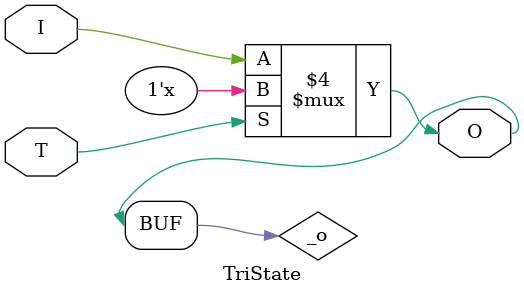
<source format=v>
module TriState(input T,
                input I,
                output O);
  reg _o;
  always
    @(T or
      I)
      begin
        if (~T)
          _o = I;
        else
          _o = 1'bZ;
      end
  assign O = _o;
endmodule

</source>
